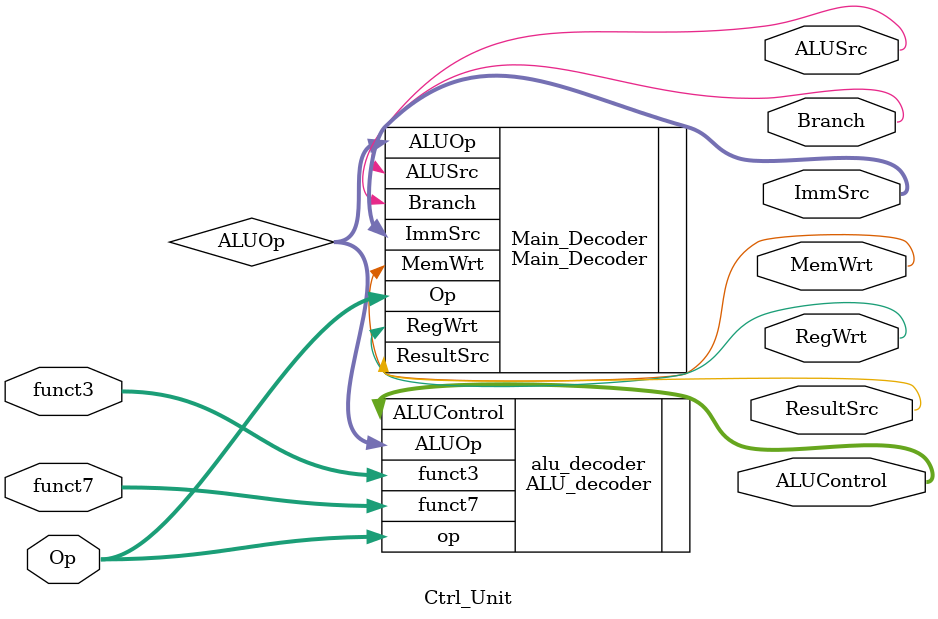
<source format=v>
`include "ALU_Decoder.v"
`include "Main_Decoder.v"

module Ctrl_Unit (Op, RegWrt, ImmSrc, ALUSrc, MemWrt, ResultSrc, Branch, funct3, funct7, ALUControl);

    input [6:0] Op, funct7;
    input [2:0] funct3;
    output RegWrt, ALUSrc, MemWrt, ResultSrc, Branch;
    output [1:0] ImmSrc;
    output [2:0] ALUControl;

    wire [1:0] ALUOp;

    Main_Decoder Main_Decoder(
                .Op(Op),
                .RegWrt(RegWrt),
                .ImmSrc(ImmSrc),
                .MemWrt(MemWrt),
                .ResultSrc(ResultSrc),
                .Branch(Branch),
                .ALUSrc(ALUSrc),
                .ALUOp(ALUOp)
    );

    ALU_decoder alu_decoder(
                            .ALUOp(ALUOp),
                            .funct3(funct3),
                            .funct7(funct7),
                            .op(Op),
                            .ALUControl(ALUControl)
    );
    
endmodule

</source>
